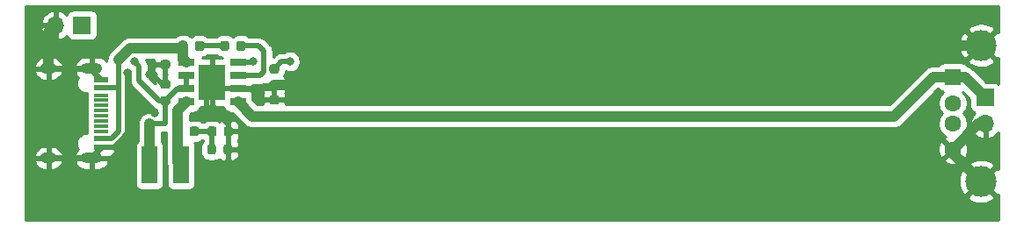
<source format=gbr>
G04 #@! TF.GenerationSoftware,KiCad,Pcbnew,(5.1.6)-1*
G04 #@! TF.CreationDate,2020-11-21T14:03:53+08:00*
G04 #@! TF.ProjectId,singlepowerbank2,73696e67-6c65-4706-9f77-657262616e6b,rev?*
G04 #@! TF.SameCoordinates,Original*
G04 #@! TF.FileFunction,Copper,L1,Top*
G04 #@! TF.FilePolarity,Positive*
%FSLAX46Y46*%
G04 Gerber Fmt 4.6, Leading zero omitted, Abs format (unit mm)*
G04 Created by KiCad (PCBNEW (5.1.6)-1) date 2020-11-21 14:03:53*
%MOMM*%
%LPD*%
G01*
G04 APERTURE LIST*
G04 #@! TA.AperFunction,SMDPad,CuDef*
%ADD10R,1.500000X3.600000*%
G04 #@! TD*
G04 #@! TA.AperFunction,ComponentPad*
%ADD11O,1.700000X1.700000*%
G04 #@! TD*
G04 #@! TA.AperFunction,ComponentPad*
%ADD12R,1.700000X1.700000*%
G04 #@! TD*
G04 #@! TA.AperFunction,SMDPad,CuDef*
%ADD13R,2.613000X3.502000*%
G04 #@! TD*
G04 #@! TA.AperFunction,SMDPad,CuDef*
%ADD14R,1.505000X0.802000*%
G04 #@! TD*
G04 #@! TA.AperFunction,SMDPad,CuDef*
%ADD15R,1.450000X0.600000*%
G04 #@! TD*
G04 #@! TA.AperFunction,SMDPad,CuDef*
%ADD16R,1.450000X0.300000*%
G04 #@! TD*
G04 #@! TA.AperFunction,ComponentPad*
%ADD17O,2.100000X1.000000*%
G04 #@! TD*
G04 #@! TA.AperFunction,ComponentPad*
%ADD18O,1.600000X1.000000*%
G04 #@! TD*
G04 #@! TA.AperFunction,ComponentPad*
%ADD19C,1.600000*%
G04 #@! TD*
G04 #@! TA.AperFunction,ComponentPad*
%ADD20R,1.600000X1.600000*%
G04 #@! TD*
G04 #@! TA.AperFunction,ComponentPad*
%ADD21C,3.000000*%
G04 #@! TD*
G04 #@! TA.AperFunction,ViaPad*
%ADD22C,0.800000*%
G04 #@! TD*
G04 #@! TA.AperFunction,Conductor*
%ADD23C,0.500000*%
G04 #@! TD*
G04 #@! TA.AperFunction,Conductor*
%ADD24C,1.000000*%
G04 #@! TD*
G04 #@! TA.AperFunction,Conductor*
%ADD25C,0.254000*%
G04 #@! TD*
G04 APERTURE END LIST*
D10*
X76025000Y-154000000D03*
X72975000Y-154000000D03*
G04 #@! TA.AperFunction,SMDPad,CuDef*
G36*
G01*
X80100000Y-152756250D02*
X80100000Y-152243750D01*
G75*
G02*
X80318750Y-152025000I218750J0D01*
G01*
X80756250Y-152025000D01*
G75*
G02*
X80975000Y-152243750I0J-218750D01*
G01*
X80975000Y-152756250D01*
G75*
G02*
X80756250Y-152975000I-218750J0D01*
G01*
X80318750Y-152975000D01*
G75*
G02*
X80100000Y-152756250I0J218750D01*
G01*
G37*
G04 #@! TD.AperFunction*
G04 #@! TA.AperFunction,SMDPad,CuDef*
G36*
G01*
X78525000Y-152756250D02*
X78525000Y-152243750D01*
G75*
G02*
X78743750Y-152025000I218750J0D01*
G01*
X79181250Y-152025000D01*
G75*
G02*
X79400000Y-152243750I0J-218750D01*
G01*
X79400000Y-152756250D01*
G75*
G02*
X79181250Y-152975000I-218750J0D01*
G01*
X78743750Y-152975000D01*
G75*
G02*
X78525000Y-152756250I0J218750D01*
G01*
G37*
G04 #@! TD.AperFunction*
G04 #@! TA.AperFunction,SMDPad,CuDef*
G36*
G01*
X80137500Y-151006250D02*
X80137500Y-150493750D01*
G75*
G02*
X80356250Y-150275000I218750J0D01*
G01*
X80793750Y-150275000D01*
G75*
G02*
X81012500Y-150493750I0J-218750D01*
G01*
X81012500Y-151006250D01*
G75*
G02*
X80793750Y-151225000I-218750J0D01*
G01*
X80356250Y-151225000D01*
G75*
G02*
X80137500Y-151006250I0J218750D01*
G01*
G37*
G04 #@! TD.AperFunction*
G04 #@! TA.AperFunction,SMDPad,CuDef*
G36*
G01*
X78562500Y-151006250D02*
X78562500Y-150493750D01*
G75*
G02*
X78781250Y-150275000I218750J0D01*
G01*
X79218750Y-150275000D01*
G75*
G02*
X79437500Y-150493750I0J-218750D01*
G01*
X79437500Y-151006250D01*
G75*
G02*
X79218750Y-151225000I-218750J0D01*
G01*
X78781250Y-151225000D01*
G75*
G02*
X78562500Y-151006250I0J218750D01*
G01*
G37*
G04 #@! TD.AperFunction*
G04 #@! TA.AperFunction,SMDPad,CuDef*
G36*
G01*
X76850000Y-151006250D02*
X76850000Y-150493750D01*
G75*
G02*
X77068750Y-150275000I218750J0D01*
G01*
X77506250Y-150275000D01*
G75*
G02*
X77725000Y-150493750I0J-218750D01*
G01*
X77725000Y-151006250D01*
G75*
G02*
X77506250Y-151225000I-218750J0D01*
G01*
X77068750Y-151225000D01*
G75*
G02*
X76850000Y-151006250I0J218750D01*
G01*
G37*
G04 #@! TD.AperFunction*
G04 #@! TA.AperFunction,SMDPad,CuDef*
G36*
G01*
X75275000Y-151006250D02*
X75275000Y-150493750D01*
G75*
G02*
X75493750Y-150275000I218750J0D01*
G01*
X75931250Y-150275000D01*
G75*
G02*
X76150000Y-150493750I0J-218750D01*
G01*
X76150000Y-151006250D01*
G75*
G02*
X75931250Y-151225000I-218750J0D01*
G01*
X75493750Y-151225000D01*
G75*
G02*
X75275000Y-151006250I0J218750D01*
G01*
G37*
G04 #@! TD.AperFunction*
D11*
X153500000Y-150040000D03*
D12*
X153500000Y-147500000D03*
D11*
X63960000Y-140500000D03*
D12*
X66500000Y-140500000D03*
G04 #@! TA.AperFunction,SMDPad,CuDef*
G36*
G01*
X85256250Y-148150000D02*
X84743750Y-148150000D01*
G75*
G02*
X84525000Y-147931250I0J218750D01*
G01*
X84525000Y-147493750D01*
G75*
G02*
X84743750Y-147275000I218750J0D01*
G01*
X85256250Y-147275000D01*
G75*
G02*
X85475000Y-147493750I0J-218750D01*
G01*
X85475000Y-147931250D01*
G75*
G02*
X85256250Y-148150000I-218750J0D01*
G01*
G37*
G04 #@! TD.AperFunction*
G04 #@! TA.AperFunction,SMDPad,CuDef*
G36*
G01*
X85256250Y-149725000D02*
X84743750Y-149725000D01*
G75*
G02*
X84525000Y-149506250I0J218750D01*
G01*
X84525000Y-149068750D01*
G75*
G02*
X84743750Y-148850000I218750J0D01*
G01*
X85256250Y-148850000D01*
G75*
G02*
X85475000Y-149068750I0J-218750D01*
G01*
X85475000Y-149506250D01*
G75*
G02*
X85256250Y-149725000I-218750J0D01*
G01*
G37*
G04 #@! TD.AperFunction*
D13*
X79000000Y-146000000D03*
D14*
X81497500Y-144095000D03*
X81497500Y-145365000D03*
X81497500Y-146635000D03*
X81497500Y-147905000D03*
X76502500Y-147905000D03*
X76502500Y-146635000D03*
X76502500Y-145365000D03*
X76502500Y-144095000D03*
G04 #@! TA.AperFunction,SMDPad,CuDef*
G36*
G01*
X77350000Y-142756250D02*
X77350000Y-142243750D01*
G75*
G02*
X77568750Y-142025000I218750J0D01*
G01*
X78006250Y-142025000D01*
G75*
G02*
X78225000Y-142243750I0J-218750D01*
G01*
X78225000Y-142756250D01*
G75*
G02*
X78006250Y-142975000I-218750J0D01*
G01*
X77568750Y-142975000D01*
G75*
G02*
X77350000Y-142756250I0J218750D01*
G01*
G37*
G04 #@! TD.AperFunction*
G04 #@! TA.AperFunction,SMDPad,CuDef*
G36*
G01*
X75775000Y-142756250D02*
X75775000Y-142243750D01*
G75*
G02*
X75993750Y-142025000I218750J0D01*
G01*
X76431250Y-142025000D01*
G75*
G02*
X76650000Y-142243750I0J-218750D01*
G01*
X76650000Y-142756250D01*
G75*
G02*
X76431250Y-142975000I-218750J0D01*
G01*
X75993750Y-142975000D01*
G75*
G02*
X75775000Y-142756250I0J218750D01*
G01*
G37*
G04 #@! TD.AperFunction*
G04 #@! TA.AperFunction,SMDPad,CuDef*
G36*
G01*
X85256250Y-145150000D02*
X84743750Y-145150000D01*
G75*
G02*
X84525000Y-144931250I0J218750D01*
G01*
X84525000Y-144493750D01*
G75*
G02*
X84743750Y-144275000I218750J0D01*
G01*
X85256250Y-144275000D01*
G75*
G02*
X85475000Y-144493750I0J-218750D01*
G01*
X85475000Y-144931250D01*
G75*
G02*
X85256250Y-145150000I-218750J0D01*
G01*
G37*
G04 #@! TD.AperFunction*
G04 #@! TA.AperFunction,SMDPad,CuDef*
G36*
G01*
X85256250Y-146725000D02*
X84743750Y-146725000D01*
G75*
G02*
X84525000Y-146506250I0J218750D01*
G01*
X84525000Y-146068750D01*
G75*
G02*
X84743750Y-145850000I218750J0D01*
G01*
X85256250Y-145850000D01*
G75*
G02*
X85475000Y-146068750I0J-218750D01*
G01*
X85475000Y-146506250D01*
G75*
G02*
X85256250Y-146725000I-218750J0D01*
G01*
G37*
G04 #@! TD.AperFunction*
G04 #@! TA.AperFunction,SMDPad,CuDef*
G36*
G01*
X80650000Y-142243750D02*
X80650000Y-142756250D01*
G75*
G02*
X80431250Y-142975000I-218750J0D01*
G01*
X79993750Y-142975000D01*
G75*
G02*
X79775000Y-142756250I0J218750D01*
G01*
X79775000Y-142243750D01*
G75*
G02*
X79993750Y-142025000I218750J0D01*
G01*
X80431250Y-142025000D01*
G75*
G02*
X80650000Y-142243750I0J-218750D01*
G01*
G37*
G04 #@! TD.AperFunction*
G04 #@! TA.AperFunction,SMDPad,CuDef*
G36*
G01*
X82225000Y-142243750D02*
X82225000Y-142756250D01*
G75*
G02*
X82006250Y-142975000I-218750J0D01*
G01*
X81568750Y-142975000D01*
G75*
G02*
X81350000Y-142756250I0J218750D01*
G01*
X81350000Y-142243750D01*
G75*
G02*
X81568750Y-142025000I218750J0D01*
G01*
X82006250Y-142025000D01*
G75*
G02*
X82225000Y-142243750I0J-218750D01*
G01*
G37*
G04 #@! TD.AperFunction*
G04 #@! TA.AperFunction,SMDPad,CuDef*
G36*
G01*
X74756250Y-146650000D02*
X74243750Y-146650000D01*
G75*
G02*
X74025000Y-146431250I0J218750D01*
G01*
X74025000Y-145993750D01*
G75*
G02*
X74243750Y-145775000I218750J0D01*
G01*
X74756250Y-145775000D01*
G75*
G02*
X74975000Y-145993750I0J-218750D01*
G01*
X74975000Y-146431250D01*
G75*
G02*
X74756250Y-146650000I-218750J0D01*
G01*
G37*
G04 #@! TD.AperFunction*
G04 #@! TA.AperFunction,SMDPad,CuDef*
G36*
G01*
X74756250Y-148225000D02*
X74243750Y-148225000D01*
G75*
G02*
X74025000Y-148006250I0J218750D01*
G01*
X74025000Y-147568750D01*
G75*
G02*
X74243750Y-147350000I218750J0D01*
G01*
X74756250Y-147350000D01*
G75*
G02*
X74975000Y-147568750I0J-218750D01*
G01*
X74975000Y-148006250D01*
G75*
G02*
X74756250Y-148225000I-218750J0D01*
G01*
G37*
G04 #@! TD.AperFunction*
G04 #@! TA.AperFunction,SMDPad,CuDef*
G36*
G01*
X74243750Y-143850000D02*
X74756250Y-143850000D01*
G75*
G02*
X74975000Y-144068750I0J-218750D01*
G01*
X74975000Y-144506250D01*
G75*
G02*
X74756250Y-144725000I-218750J0D01*
G01*
X74243750Y-144725000D01*
G75*
G02*
X74025000Y-144506250I0J218750D01*
G01*
X74025000Y-144068750D01*
G75*
G02*
X74243750Y-143850000I218750J0D01*
G01*
G37*
G04 #@! TD.AperFunction*
G04 #@! TA.AperFunction,SMDPad,CuDef*
G36*
G01*
X74243750Y-142275000D02*
X74756250Y-142275000D01*
G75*
G02*
X74975000Y-142493750I0J-218750D01*
G01*
X74975000Y-142931250D01*
G75*
G02*
X74756250Y-143150000I-218750J0D01*
G01*
X74243750Y-143150000D01*
G75*
G02*
X74025000Y-142931250I0J218750D01*
G01*
X74025000Y-142493750D01*
G75*
G02*
X74243750Y-142275000I218750J0D01*
G01*
G37*
G04 #@! TD.AperFunction*
D15*
X68345000Y-152250000D03*
X68345000Y-151450000D03*
X68345000Y-146550000D03*
X68345000Y-145750000D03*
X68345000Y-145750000D03*
X68345000Y-146550000D03*
X68345000Y-151450000D03*
X68345000Y-152250000D03*
D16*
X68345000Y-147250000D03*
X68345000Y-147750000D03*
X68345000Y-148250000D03*
X68345000Y-149250000D03*
X68345000Y-149750000D03*
X68345000Y-150250000D03*
X68345000Y-150750000D03*
X68345000Y-148750000D03*
D17*
X67430000Y-153320000D03*
X67430000Y-144680000D03*
D18*
X63250000Y-144680000D03*
X63250000Y-153320000D03*
D19*
X150370000Y-152520000D03*
X150370000Y-150020000D03*
X150370000Y-148020000D03*
D20*
X150370000Y-145520000D03*
D21*
X153080000Y-142450000D03*
X153080000Y-155590000D03*
D22*
X73500000Y-149000000D03*
X78500000Y-149000000D03*
X70898952Y-145101048D03*
X73000000Y-145249992D03*
X69999998Y-143849990D03*
X71500000Y-144000000D03*
X73000000Y-150000000D03*
X83000000Y-144000000D03*
X86500000Y-144000000D03*
D23*
X153080000Y-155590000D02*
X153080000Y-155230000D01*
X63250000Y-144680000D02*
X67430000Y-144680000D01*
X67430000Y-144835000D02*
X68345000Y-145750000D01*
X67430000Y-144680000D02*
X67430000Y-144835000D01*
X63250000Y-153320000D02*
X67430000Y-153320000D01*
X68345000Y-152405000D02*
X67430000Y-153320000D01*
X68345000Y-152250000D02*
X68345000Y-152405000D01*
X67500000Y-144610000D02*
X67430000Y-144680000D01*
X84652500Y-146635000D02*
X85000000Y-146287500D01*
X81497500Y-146635000D02*
X84652500Y-146635000D01*
X78500000Y-146500000D02*
X79000000Y-146000000D01*
X78500000Y-149000000D02*
X78500000Y-146500000D01*
X79635000Y-146635000D02*
X81497500Y-146635000D01*
X79000000Y-146000000D02*
X79635000Y-146635000D01*
X85000000Y-146287500D02*
X85000000Y-147712500D01*
D24*
X152850000Y-150040000D02*
X150370000Y-152520000D01*
X153500000Y-150040000D02*
X152850000Y-150040000D01*
X150370000Y-152880000D02*
X153080000Y-155590000D01*
X150370000Y-152520000D02*
X150370000Y-152880000D01*
X149852930Y-142450000D02*
X153080000Y-142450000D01*
X147550000Y-142450000D02*
X149852930Y-142450000D01*
X85000000Y-146287500D02*
X143712500Y-146287500D01*
X143712500Y-146287500D02*
X147550000Y-142450000D01*
D23*
X74500000Y-144287500D02*
X74500000Y-146212500D01*
X73500000Y-149000000D02*
X70898952Y-146398952D01*
X70898952Y-150921048D02*
X70898952Y-145101048D01*
X68345000Y-152250000D02*
X69570000Y-152250000D01*
X70898952Y-146398952D02*
X70898952Y-145101048D01*
X69570000Y-152250000D02*
X70898952Y-150921048D01*
X73249996Y-145249992D02*
X73000000Y-145249992D01*
X74500000Y-146212500D02*
X74212504Y-146212500D01*
X74212504Y-146212500D02*
X73249996Y-145249992D01*
X80575000Y-150075000D02*
X80575000Y-150750000D01*
X78500000Y-149000000D02*
X79500000Y-149000000D01*
X79500000Y-149000000D02*
X80575000Y-150075000D01*
X80575000Y-152462500D02*
X80537500Y-152500000D01*
X80575000Y-150750000D02*
X80575000Y-152462500D01*
D24*
X63250000Y-141210000D02*
X63250000Y-144680000D01*
X63960000Y-140500000D02*
X63250000Y-141210000D01*
D23*
X69999998Y-144415675D02*
X69999998Y-143849990D01*
X69999998Y-146120002D02*
X69999998Y-144415675D01*
X70000000Y-150780002D02*
X70000000Y-146200000D01*
X69330002Y-151450000D02*
X70000000Y-150780002D01*
X68345000Y-151450000D02*
X69330002Y-151450000D01*
X70000000Y-146200000D02*
X69999998Y-146120002D01*
X70000000Y-146600000D02*
X70000000Y-146200000D01*
X68345000Y-146550000D02*
X69950000Y-146550000D01*
X69950000Y-146550000D02*
X70000000Y-146600000D01*
D24*
X71137488Y-142712500D02*
X69999998Y-143849990D01*
X74500000Y-142712500D02*
X71137488Y-142712500D01*
X76000000Y-142712500D02*
X76212500Y-142500000D01*
X74500000Y-142712500D02*
X76000000Y-142712500D01*
X76212500Y-143805000D02*
X76502500Y-144095000D01*
X76212500Y-142500000D02*
X76212500Y-143805000D01*
D23*
X77787500Y-142500000D02*
X80212500Y-142500000D01*
X76502500Y-145365000D02*
X76502500Y-146635000D01*
X75652500Y-146635000D02*
X74500000Y-147787500D01*
X76502500Y-146635000D02*
X75652500Y-146635000D01*
X74500000Y-150000000D02*
X73000000Y-150000000D01*
X74500000Y-147787500D02*
X74500000Y-150000000D01*
X72000000Y-144500000D02*
X71500000Y-144000000D01*
X72000000Y-145893750D02*
X72000000Y-144500000D01*
X74500000Y-147787500D02*
X73893750Y-147787500D01*
X73893750Y-147787500D02*
X72000000Y-145893750D01*
D24*
X73000000Y-153975000D02*
X72975000Y-154000000D01*
X73000000Y-150000000D02*
X73000000Y-153975000D01*
D23*
X83635000Y-145365000D02*
X81497500Y-145365000D01*
X84000000Y-145000000D02*
X83635000Y-145365000D01*
X84000000Y-143000000D02*
X84000000Y-145000000D01*
X81787500Y-142500000D02*
X83500000Y-142500000D01*
X83500000Y-142500000D02*
X84000000Y-143000000D01*
X81497500Y-144095000D02*
X82905000Y-144095000D01*
X82905000Y-144095000D02*
X83000000Y-144000000D01*
X85712500Y-144000000D02*
X85000000Y-144712500D01*
X86500000Y-144000000D02*
X85712500Y-144000000D01*
D24*
X148480000Y-145520000D02*
X150370000Y-145520000D01*
X85000000Y-149287500D02*
X144712500Y-149287500D01*
X144712500Y-149287500D02*
X148480000Y-145520000D01*
X82880000Y-149287500D02*
X85000000Y-149287500D01*
X81497500Y-147905000D02*
X82880000Y-149287500D01*
X151520000Y-145520000D02*
X153500000Y-147500000D01*
X150370000Y-145520000D02*
X151520000Y-145520000D01*
D23*
X77287500Y-150750000D02*
X79000000Y-150750000D01*
X79000000Y-152462500D02*
X78962500Y-152500000D01*
X79000000Y-150750000D02*
X79000000Y-152462500D01*
D24*
X75712500Y-148695000D02*
X75712500Y-150750000D01*
X76502500Y-147905000D02*
X75712500Y-148695000D01*
X75712500Y-153687500D02*
X76025000Y-154000000D01*
X75712500Y-150750000D02*
X75712500Y-153687500D01*
D25*
G36*
X154740001Y-141221181D02*
G01*
X154571653Y-141137952D01*
X153259605Y-142450000D01*
X154571653Y-143762048D01*
X154740001Y-143678819D01*
X154740001Y-146148602D01*
X154704494Y-146119463D01*
X154594180Y-146060498D01*
X154474482Y-146024188D01*
X154350000Y-146011928D01*
X153617060Y-146011928D01*
X152361996Y-144756865D01*
X152326449Y-144713551D01*
X152153623Y-144571716D01*
X151956447Y-144466324D01*
X151742499Y-144401423D01*
X151718470Y-144399056D01*
X151700537Y-144365506D01*
X151621185Y-144268815D01*
X151524494Y-144189463D01*
X151414180Y-144130498D01*
X151294482Y-144094188D01*
X151170000Y-144081928D01*
X149570000Y-144081928D01*
X149445518Y-144094188D01*
X149325820Y-144130498D01*
X149215506Y-144189463D01*
X149118815Y-144268815D01*
X149039463Y-144365506D01*
X149029043Y-144385000D01*
X148535752Y-144385000D01*
X148480000Y-144379509D01*
X148257501Y-144401423D01*
X148043553Y-144466324D01*
X147846377Y-144571716D01*
X147716856Y-144678011D01*
X147716855Y-144678012D01*
X147673551Y-144713551D01*
X147638013Y-144756854D01*
X144242369Y-148152500D01*
X86112826Y-148152500D01*
X86113072Y-148150000D01*
X86110000Y-147998250D01*
X85951250Y-147839500D01*
X85127000Y-147839500D01*
X85127000Y-147859500D01*
X84873000Y-147859500D01*
X84873000Y-147839500D01*
X84048750Y-147839500D01*
X83890000Y-147998250D01*
X83886928Y-148150000D01*
X83887174Y-148152500D01*
X83350132Y-148152500D01*
X82888072Y-147690441D01*
X82888072Y-147504000D01*
X82875812Y-147379518D01*
X82842590Y-147270000D01*
X82875812Y-147160482D01*
X82888072Y-147036000D01*
X82885000Y-146920750D01*
X82726250Y-146762000D01*
X81624500Y-146762000D01*
X81624500Y-146777017D01*
X81497500Y-146764509D01*
X81370500Y-146777017D01*
X81370500Y-146762000D01*
X81350500Y-146762000D01*
X81350500Y-146725000D01*
X83886928Y-146725000D01*
X83899188Y-146849482D01*
X83935498Y-146969180D01*
X83951972Y-147000000D01*
X83935498Y-147030820D01*
X83899188Y-147150518D01*
X83886928Y-147275000D01*
X83890000Y-147426750D01*
X84048750Y-147585500D01*
X84873000Y-147585500D01*
X84873000Y-146414500D01*
X85127000Y-146414500D01*
X85127000Y-147585500D01*
X85951250Y-147585500D01*
X86110000Y-147426750D01*
X86113072Y-147275000D01*
X86100812Y-147150518D01*
X86064502Y-147030820D01*
X86048028Y-147000000D01*
X86064502Y-146969180D01*
X86100812Y-146849482D01*
X86113072Y-146725000D01*
X86110000Y-146573250D01*
X85951250Y-146414500D01*
X85127000Y-146414500D01*
X84873000Y-146414500D01*
X84048750Y-146414500D01*
X83890000Y-146573250D01*
X83886928Y-146725000D01*
X81350500Y-146725000D01*
X81350500Y-146508000D01*
X81370500Y-146508000D01*
X81370500Y-146488000D01*
X81624500Y-146488000D01*
X81624500Y-146508000D01*
X82726250Y-146508000D01*
X82885000Y-146349250D01*
X82887646Y-146250000D01*
X83591531Y-146250000D01*
X83635000Y-146254281D01*
X83678469Y-146250000D01*
X83678477Y-146250000D01*
X83808490Y-146237195D01*
X83975313Y-146186589D01*
X84040172Y-146151922D01*
X84048750Y-146160500D01*
X84873000Y-146160500D01*
X84873000Y-146140500D01*
X85127000Y-146140500D01*
X85127000Y-146160500D01*
X85951250Y-146160500D01*
X86110000Y-146001750D01*
X86113072Y-145850000D01*
X86100812Y-145725518D01*
X86064502Y-145605820D01*
X86005537Y-145495506D01*
X85950900Y-145428930D01*
X85968671Y-145407275D01*
X86047850Y-145259142D01*
X86096608Y-145098408D01*
X86110351Y-144958878D01*
X86198102Y-144995226D01*
X86398061Y-145035000D01*
X86601939Y-145035000D01*
X86801898Y-144995226D01*
X86990256Y-144917205D01*
X87159774Y-144803937D01*
X87303937Y-144659774D01*
X87417205Y-144490256D01*
X87495226Y-144301898D01*
X87535000Y-144101939D01*
X87535000Y-143941653D01*
X151767952Y-143941653D01*
X151923962Y-144257214D01*
X152298745Y-144448020D01*
X152703551Y-144562044D01*
X153122824Y-144594902D01*
X153540451Y-144545334D01*
X153940383Y-144415243D01*
X154236038Y-144257214D01*
X154392048Y-143941653D01*
X153080000Y-142629605D01*
X151767952Y-143941653D01*
X87535000Y-143941653D01*
X87535000Y-143898061D01*
X87495226Y-143698102D01*
X87417205Y-143509744D01*
X87303937Y-143340226D01*
X87159774Y-143196063D01*
X86990256Y-143082795D01*
X86801898Y-143004774D01*
X86601939Y-142965000D01*
X86398061Y-142965000D01*
X86198102Y-143004774D01*
X86009744Y-143082795D01*
X85961546Y-143115000D01*
X85755965Y-143115000D01*
X85712499Y-143110719D01*
X85669033Y-143115000D01*
X85669023Y-143115000D01*
X85539010Y-143127805D01*
X85372187Y-143178411D01*
X85218441Y-143260589D01*
X85188952Y-143284790D01*
X85117453Y-143343468D01*
X85117451Y-143343470D01*
X85083683Y-143371183D01*
X85055970Y-143404951D01*
X84885000Y-143575921D01*
X84885000Y-143043469D01*
X84889281Y-143000000D01*
X84885000Y-142956531D01*
X84885000Y-142956523D01*
X84872195Y-142826510D01*
X84821589Y-142659687D01*
X84739411Y-142505941D01*
X84728647Y-142492824D01*
X150935098Y-142492824D01*
X150984666Y-142910451D01*
X151114757Y-143310383D01*
X151272786Y-143606038D01*
X151588347Y-143762048D01*
X152900395Y-142450000D01*
X151588347Y-141137952D01*
X151272786Y-141293962D01*
X151081980Y-141668745D01*
X150967956Y-142073551D01*
X150935098Y-142492824D01*
X84728647Y-142492824D01*
X84628817Y-142371183D01*
X84595045Y-142343467D01*
X84156534Y-141904956D01*
X84128817Y-141871183D01*
X83994059Y-141760589D01*
X83840313Y-141678411D01*
X83673490Y-141627805D01*
X83543477Y-141615000D01*
X83543469Y-141615000D01*
X83500000Y-141610719D01*
X83456531Y-141615000D01*
X82584229Y-141615000D01*
X82482275Y-141531329D01*
X82334142Y-141452150D01*
X82173408Y-141403392D01*
X82006250Y-141386928D01*
X81568750Y-141386928D01*
X81401592Y-141403392D01*
X81240858Y-141452150D01*
X81092725Y-141531329D01*
X81000000Y-141607426D01*
X80907275Y-141531329D01*
X80759142Y-141452150D01*
X80598408Y-141403392D01*
X80431250Y-141386928D01*
X79993750Y-141386928D01*
X79826592Y-141403392D01*
X79665858Y-141452150D01*
X79517725Y-141531329D01*
X79415771Y-141615000D01*
X78584229Y-141615000D01*
X78482275Y-141531329D01*
X78334142Y-141452150D01*
X78173408Y-141403392D01*
X78006250Y-141386928D01*
X77568750Y-141386928D01*
X77401592Y-141403392D01*
X77240858Y-141452150D01*
X77092725Y-141531329D01*
X77000000Y-141607426D01*
X76907275Y-141531329D01*
X76759142Y-141452150D01*
X76598408Y-141403392D01*
X76463673Y-141390121D01*
X76434998Y-141381423D01*
X76212500Y-141359509D01*
X75990001Y-141381423D01*
X75961326Y-141390122D01*
X75826592Y-141403392D01*
X75665858Y-141452150D01*
X75517725Y-141531329D01*
X75461465Y-141577500D01*
X71193240Y-141577500D01*
X71137488Y-141572009D01*
X71081736Y-141577500D01*
X70914989Y-141593923D01*
X70701041Y-141658824D01*
X70503865Y-141764216D01*
X70331039Y-141906051D01*
X70295499Y-141949357D01*
X69158010Y-143086847D01*
X69051715Y-143216368D01*
X68946322Y-143413544D01*
X68881421Y-143627492D01*
X68859507Y-143849990D01*
X68870907Y-143965734D01*
X68716169Y-143806839D01*
X68531678Y-143679997D01*
X68325987Y-143591585D01*
X68107000Y-143545000D01*
X67557000Y-143545000D01*
X67557000Y-144553000D01*
X67577000Y-144553000D01*
X67577000Y-144807000D01*
X67557000Y-144807000D01*
X67557000Y-144818133D01*
X67495518Y-144824188D01*
X67486248Y-144827000D01*
X67303000Y-144827000D01*
X67303000Y-144807000D01*
X65912046Y-144807000D01*
X65785881Y-144981874D01*
X65865724Y-145204976D01*
X65987631Y-145392764D01*
X66128206Y-145537116D01*
X66049259Y-145655269D01*
X65976892Y-145829978D01*
X65940000Y-146015448D01*
X65940000Y-146204552D01*
X65976892Y-146390022D01*
X66049259Y-146564731D01*
X66154319Y-146721964D01*
X66288036Y-146855681D01*
X66445269Y-146960741D01*
X66619978Y-147033108D01*
X66805448Y-147070000D01*
X66984883Y-147070000D01*
X66981928Y-147100000D01*
X66981928Y-147400000D01*
X66991777Y-147500000D01*
X66981928Y-147600000D01*
X66981928Y-147900000D01*
X66991777Y-148000000D01*
X66981928Y-148100000D01*
X66981928Y-148400000D01*
X66991777Y-148500000D01*
X66981928Y-148600000D01*
X66981928Y-148900000D01*
X66991777Y-149000000D01*
X66981928Y-149100000D01*
X66981928Y-149400000D01*
X66991777Y-149500000D01*
X66981928Y-149600000D01*
X66981928Y-149900000D01*
X66991777Y-150000000D01*
X66981928Y-150100000D01*
X66981928Y-150400000D01*
X66991777Y-150500000D01*
X66981928Y-150600000D01*
X66981928Y-150900000D01*
X66984883Y-150930000D01*
X66805448Y-150930000D01*
X66619978Y-150966892D01*
X66445269Y-151039259D01*
X66288036Y-151144319D01*
X66154319Y-151278036D01*
X66049259Y-151435269D01*
X65976892Y-151609978D01*
X65940000Y-151795448D01*
X65940000Y-151984552D01*
X65976892Y-152170022D01*
X66049259Y-152344731D01*
X66128206Y-152462884D01*
X65987631Y-152607236D01*
X65865724Y-152795024D01*
X65785881Y-153018126D01*
X65912046Y-153193000D01*
X67303000Y-153193000D01*
X67303000Y-153173000D01*
X67486248Y-153173000D01*
X67495518Y-153175812D01*
X67557000Y-153181867D01*
X67557000Y-153193000D01*
X68947954Y-153193000D01*
X68952104Y-153187247D01*
X69070000Y-153188072D01*
X69194482Y-153175812D01*
X69314180Y-153139502D01*
X69424494Y-153080537D01*
X69521185Y-153001185D01*
X69600537Y-152904494D01*
X69659502Y-152794180D01*
X69695812Y-152674482D01*
X69708072Y-152550000D01*
X69705000Y-152535750D01*
X69546252Y-152377002D01*
X69705000Y-152377002D01*
X69705000Y-152253050D01*
X69824061Y-152189411D01*
X69958819Y-152078817D01*
X69986536Y-152045044D01*
X70595050Y-151436531D01*
X70628817Y-151408819D01*
X70668474Y-151360498D01*
X70739410Y-151274062D01*
X70739411Y-151274061D01*
X70821589Y-151120315D01*
X70872195Y-150953492D01*
X70885000Y-150823479D01*
X70885000Y-150823469D01*
X70889281Y-150780003D01*
X70885000Y-150736537D01*
X70885000Y-146643469D01*
X70889281Y-146600000D01*
X70885000Y-146556531D01*
X70885000Y-146243464D01*
X70885001Y-146243454D01*
X70885000Y-146198815D01*
X70885000Y-146156523D01*
X70884998Y-146156507D01*
X70884998Y-144833853D01*
X71009744Y-144917205D01*
X71115001Y-144960804D01*
X71115000Y-145850280D01*
X71110719Y-145893750D01*
X71115000Y-145937219D01*
X71115000Y-145937226D01*
X71122704Y-146015448D01*
X71127805Y-146067240D01*
X71139081Y-146104410D01*
X71178411Y-146234062D01*
X71260589Y-146387808D01*
X71371183Y-146522567D01*
X71404956Y-146550284D01*
X73237220Y-148382549D01*
X73264933Y-148416317D01*
X73298701Y-148444030D01*
X73298703Y-148444032D01*
X73337069Y-148475518D01*
X73399691Y-148526911D01*
X73553437Y-148609089D01*
X73615000Y-148627764D01*
X73615001Y-149041762D01*
X73436446Y-148946324D01*
X73222498Y-148881423D01*
X73000000Y-148859509D01*
X72777501Y-148881423D01*
X72563553Y-148946324D01*
X72366377Y-149051716D01*
X72193551Y-149193551D01*
X72051716Y-149366377D01*
X71946324Y-149563554D01*
X71881423Y-149777502D01*
X71865000Y-149944249D01*
X71865000Y-151673981D01*
X71773815Y-151748815D01*
X71694463Y-151845506D01*
X71635498Y-151955820D01*
X71599188Y-152075518D01*
X71586928Y-152200000D01*
X71586928Y-155800000D01*
X71599188Y-155924482D01*
X71635498Y-156044180D01*
X71694463Y-156154494D01*
X71773815Y-156251185D01*
X71870506Y-156330537D01*
X71980820Y-156389502D01*
X72100518Y-156425812D01*
X72225000Y-156438072D01*
X73725000Y-156438072D01*
X73849482Y-156425812D01*
X73969180Y-156389502D01*
X74079494Y-156330537D01*
X74176185Y-156251185D01*
X74255537Y-156154494D01*
X74314502Y-156044180D01*
X74350812Y-155924482D01*
X74363072Y-155800000D01*
X74363072Y-152200000D01*
X74350812Y-152075518D01*
X74314502Y-151955820D01*
X74255537Y-151845506D01*
X74176185Y-151748815D01*
X74135000Y-151715015D01*
X74135000Y-150885000D01*
X74456524Y-150885000D01*
X74500000Y-150889282D01*
X74577500Y-150881649D01*
X74577501Y-153631739D01*
X74572009Y-153687500D01*
X74593923Y-153909998D01*
X74636928Y-154051765D01*
X74636928Y-155800000D01*
X74649188Y-155924482D01*
X74685498Y-156044180D01*
X74744463Y-156154494D01*
X74823815Y-156251185D01*
X74920506Y-156330537D01*
X75030820Y-156389502D01*
X75150518Y-156425812D01*
X75275000Y-156438072D01*
X76775000Y-156438072D01*
X76899482Y-156425812D01*
X77019180Y-156389502D01*
X77129494Y-156330537D01*
X77226185Y-156251185D01*
X77305537Y-156154494D01*
X77364502Y-156044180D01*
X77400812Y-155924482D01*
X77413072Y-155800000D01*
X77413072Y-155632824D01*
X150935098Y-155632824D01*
X150984666Y-156050451D01*
X151114757Y-156450383D01*
X151272786Y-156746038D01*
X151588347Y-156902048D01*
X152900395Y-155590000D01*
X151588347Y-154277952D01*
X151272786Y-154433962D01*
X151081980Y-154808745D01*
X150967956Y-155213551D01*
X150935098Y-155632824D01*
X77413072Y-155632824D01*
X77413072Y-154098347D01*
X151767952Y-154098347D01*
X153080000Y-155410395D01*
X154392048Y-154098347D01*
X154236038Y-153782786D01*
X153861255Y-153591980D01*
X153456449Y-153477956D01*
X153037176Y-153445098D01*
X152619549Y-153494666D01*
X152219617Y-153624757D01*
X151923962Y-153782786D01*
X151767952Y-154098347D01*
X77413072Y-154098347D01*
X77413072Y-152200000D01*
X77400812Y-152075518D01*
X77364502Y-151955820D01*
X77314926Y-151863072D01*
X77506250Y-151863072D01*
X77673408Y-151846608D01*
X77834142Y-151797850D01*
X77982275Y-151718671D01*
X78084229Y-151635000D01*
X78115001Y-151635000D01*
X78115001Y-151665770D01*
X78031329Y-151767725D01*
X77952150Y-151915858D01*
X77903392Y-152076592D01*
X77886928Y-152243750D01*
X77886928Y-152756250D01*
X77903392Y-152923408D01*
X77952150Y-153084142D01*
X78031329Y-153232275D01*
X78137885Y-153362115D01*
X78267725Y-153468671D01*
X78415858Y-153547850D01*
X78576592Y-153596608D01*
X78743750Y-153613072D01*
X79181250Y-153613072D01*
X79348408Y-153596608D01*
X79509142Y-153547850D01*
X79657275Y-153468671D01*
X79678930Y-153450900D01*
X79745506Y-153505537D01*
X79855820Y-153564502D01*
X79975518Y-153600812D01*
X80100000Y-153613072D01*
X80251750Y-153610000D01*
X80410500Y-153451250D01*
X80410500Y-152627000D01*
X80664500Y-152627000D01*
X80664500Y-153451250D01*
X80823250Y-153610000D01*
X80975000Y-153613072D01*
X81099482Y-153600812D01*
X81219180Y-153564502D01*
X81316089Y-153512702D01*
X149556903Y-153512702D01*
X149628486Y-153756671D01*
X149883996Y-153877571D01*
X150158184Y-153946300D01*
X150440512Y-153960217D01*
X150720130Y-153918787D01*
X150986292Y-153823603D01*
X151111514Y-153756671D01*
X151183097Y-153512702D01*
X150370000Y-152699605D01*
X149556903Y-153512702D01*
X81316089Y-153512702D01*
X81329494Y-153505537D01*
X81426185Y-153426185D01*
X81505537Y-153329494D01*
X81564502Y-153219180D01*
X81600812Y-153099482D01*
X81613072Y-152975000D01*
X81610000Y-152785750D01*
X81451250Y-152627000D01*
X80664500Y-152627000D01*
X80410500Y-152627000D01*
X80390500Y-152627000D01*
X80390500Y-152590512D01*
X148929783Y-152590512D01*
X148971213Y-152870130D01*
X149066397Y-153136292D01*
X149133329Y-153261514D01*
X149377298Y-153333097D01*
X150190395Y-152520000D01*
X150549605Y-152520000D01*
X151362702Y-153333097D01*
X151606671Y-153261514D01*
X151727571Y-153006004D01*
X151796300Y-152731816D01*
X151810217Y-152449488D01*
X151768787Y-152169870D01*
X151673603Y-151903708D01*
X151606671Y-151778486D01*
X151362702Y-151706903D01*
X150549605Y-152520000D01*
X150190395Y-152520000D01*
X149377298Y-151706903D01*
X149133329Y-151778486D01*
X149012429Y-152033996D01*
X148943700Y-152308184D01*
X148929783Y-152590512D01*
X80390500Y-152590512D01*
X80390500Y-152373000D01*
X80410500Y-152373000D01*
X80410500Y-151738750D01*
X80448000Y-151701250D01*
X80448000Y-151548750D01*
X80664500Y-151548750D01*
X80664500Y-152373000D01*
X81451250Y-152373000D01*
X81610000Y-152214250D01*
X81613072Y-152025000D01*
X81600812Y-151900518D01*
X81564502Y-151780820D01*
X81505537Y-151670506D01*
X81486941Y-151647847D01*
X81543037Y-151579494D01*
X81602002Y-151469180D01*
X81638312Y-151349482D01*
X81650572Y-151225000D01*
X81647500Y-151035750D01*
X81488750Y-150877000D01*
X80702000Y-150877000D01*
X80702000Y-151511250D01*
X80664500Y-151548750D01*
X80448000Y-151548750D01*
X80448000Y-150877000D01*
X80428000Y-150877000D01*
X80428000Y-150623000D01*
X80448000Y-150623000D01*
X80448000Y-149798750D01*
X80702000Y-149798750D01*
X80702000Y-150623000D01*
X81488750Y-150623000D01*
X81647500Y-150464250D01*
X81650572Y-150275000D01*
X81638312Y-150150518D01*
X81602002Y-150030820D01*
X81543037Y-149920506D01*
X81463685Y-149823815D01*
X81366994Y-149744463D01*
X81256680Y-149685498D01*
X81136982Y-149649188D01*
X81012500Y-149636928D01*
X80860750Y-149640000D01*
X80702000Y-149798750D01*
X80448000Y-149798750D01*
X80289250Y-149640000D01*
X80137500Y-149636928D01*
X80013018Y-149649188D01*
X79893320Y-149685498D01*
X79783006Y-149744463D01*
X79716430Y-149799100D01*
X79694775Y-149781329D01*
X79546642Y-149702150D01*
X79385908Y-149653392D01*
X79218750Y-149636928D01*
X78781250Y-149636928D01*
X78614092Y-149653392D01*
X78453358Y-149702150D01*
X78305225Y-149781329D01*
X78203271Y-149865000D01*
X78084229Y-149865000D01*
X77982275Y-149781329D01*
X77834142Y-149702150D01*
X77673408Y-149653392D01*
X77506250Y-149636928D01*
X77068750Y-149636928D01*
X76901592Y-149653392D01*
X76847500Y-149669801D01*
X76847500Y-149165132D01*
X77068560Y-148944072D01*
X77255000Y-148944072D01*
X77379482Y-148931812D01*
X77499180Y-148895502D01*
X77609494Y-148836537D01*
X77706185Y-148757185D01*
X77785537Y-148660494D01*
X77844502Y-148550180D01*
X77880812Y-148430482D01*
X77884947Y-148388496D01*
X78714250Y-148386000D01*
X78873000Y-148227250D01*
X78873000Y-146127000D01*
X78853000Y-146127000D01*
X78853000Y-145873000D01*
X78873000Y-145873000D01*
X78873000Y-143772750D01*
X78714250Y-143614000D01*
X78018100Y-143611905D01*
X78173408Y-143596608D01*
X78334142Y-143547850D01*
X78482275Y-143468671D01*
X78584229Y-143385000D01*
X79415771Y-143385000D01*
X79517725Y-143468671D01*
X79665858Y-143547850D01*
X79826592Y-143596608D01*
X79981900Y-143611905D01*
X79285750Y-143614000D01*
X79127000Y-143772750D01*
X79127000Y-145873000D01*
X79147000Y-145873000D01*
X79147000Y-146127000D01*
X79127000Y-146127000D01*
X79127000Y-148227250D01*
X79285750Y-148386000D01*
X80115053Y-148388496D01*
X80119188Y-148430482D01*
X80155498Y-148550180D01*
X80214463Y-148660494D01*
X80293815Y-148757185D01*
X80390506Y-148836537D01*
X80500820Y-148895502D01*
X80620518Y-148931812D01*
X80745000Y-148944072D01*
X80931441Y-148944072D01*
X82038008Y-150050640D01*
X82073551Y-150093949D01*
X82246377Y-150235784D01*
X82443553Y-150341176D01*
X82657501Y-150406077D01*
X82824248Y-150422500D01*
X82824257Y-150422500D01*
X82879999Y-150427990D01*
X82935741Y-150422500D01*
X144656749Y-150422500D01*
X144712500Y-150427991D01*
X144768251Y-150422500D01*
X144768252Y-150422500D01*
X144934999Y-150406077D01*
X145148947Y-150341176D01*
X145346123Y-150235784D01*
X145518949Y-150093949D01*
X145554496Y-150050635D01*
X148950133Y-146655000D01*
X149029043Y-146655000D01*
X149039463Y-146674494D01*
X149118815Y-146771185D01*
X149215506Y-146850537D01*
X149325820Y-146909502D01*
X149421943Y-146938661D01*
X149255363Y-147105241D01*
X149098320Y-147340273D01*
X148990147Y-147601426D01*
X148935000Y-147878665D01*
X148935000Y-148161335D01*
X148990147Y-148438574D01*
X149098320Y-148699727D01*
X149255363Y-148934759D01*
X149340604Y-149020000D01*
X149255363Y-149105241D01*
X149098320Y-149340273D01*
X148990147Y-149601426D01*
X148935000Y-149878665D01*
X148935000Y-150161335D01*
X148990147Y-150438574D01*
X149098320Y-150699727D01*
X149255363Y-150934759D01*
X149455241Y-151134637D01*
X149655869Y-151268692D01*
X149628486Y-151283329D01*
X149556903Y-151527298D01*
X150370000Y-152340395D01*
X151183097Y-151527298D01*
X151111514Y-151283329D01*
X151082659Y-151269676D01*
X151284759Y-151134637D01*
X151484637Y-150934759D01*
X151641680Y-150699727D01*
X151749853Y-150438574D01*
X151758144Y-150396890D01*
X152058524Y-150396890D01*
X152103175Y-150544099D01*
X152228359Y-150806920D01*
X152402412Y-151040269D01*
X152618645Y-151235178D01*
X152868748Y-151384157D01*
X153143109Y-151481481D01*
X153373000Y-151360814D01*
X153373000Y-150167000D01*
X152179845Y-150167000D01*
X152058524Y-150396890D01*
X151758144Y-150396890D01*
X151805000Y-150161335D01*
X151805000Y-149878665D01*
X151749853Y-149601426D01*
X151641680Y-149340273D01*
X151484637Y-149105241D01*
X151399396Y-149020000D01*
X151484637Y-148934759D01*
X151641680Y-148699727D01*
X151749853Y-148438574D01*
X151805000Y-148161335D01*
X151805000Y-147878665D01*
X151749853Y-147601426D01*
X151641680Y-147340273D01*
X151484637Y-147105241D01*
X151318057Y-146938661D01*
X151329928Y-146935060D01*
X152011928Y-147617060D01*
X152011928Y-148350000D01*
X152024188Y-148474482D01*
X152060498Y-148594180D01*
X152119463Y-148704494D01*
X152198815Y-148801185D01*
X152295506Y-148880537D01*
X152405820Y-148939502D01*
X152486466Y-148963966D01*
X152402412Y-149039731D01*
X152228359Y-149273080D01*
X152103175Y-149535901D01*
X152058524Y-149683110D01*
X152179845Y-149913000D01*
X153373000Y-149913000D01*
X153373000Y-149893000D01*
X153627000Y-149893000D01*
X153627000Y-149913000D01*
X153647000Y-149913000D01*
X153647000Y-150167000D01*
X153627000Y-150167000D01*
X153627000Y-151360814D01*
X153856891Y-151481481D01*
X154131252Y-151384157D01*
X154381355Y-151235178D01*
X154597588Y-151040269D01*
X154740000Y-150849340D01*
X154740000Y-154361181D01*
X154571653Y-154277952D01*
X153259605Y-155590000D01*
X154571653Y-156902048D01*
X154740000Y-156818819D01*
X154740000Y-159340000D01*
X61060000Y-159340000D01*
X61060000Y-157081653D01*
X151767952Y-157081653D01*
X151923962Y-157397214D01*
X152298745Y-157588020D01*
X152703551Y-157702044D01*
X153122824Y-157734902D01*
X153540451Y-157685334D01*
X153940383Y-157555243D01*
X154236038Y-157397214D01*
X154392048Y-157081653D01*
X153080000Y-155769605D01*
X151767952Y-157081653D01*
X61060000Y-157081653D01*
X61060000Y-153621874D01*
X61855881Y-153621874D01*
X61935724Y-153844976D01*
X62057631Y-154032764D01*
X62213831Y-154193161D01*
X62398322Y-154320003D01*
X62604013Y-154408415D01*
X62823000Y-154455000D01*
X63123000Y-154455000D01*
X63123000Y-153447000D01*
X63377000Y-153447000D01*
X63377000Y-154455000D01*
X63677000Y-154455000D01*
X63895987Y-154408415D01*
X64101678Y-154320003D01*
X64286169Y-154193161D01*
X64442369Y-154032764D01*
X64564276Y-153844976D01*
X64644119Y-153621874D01*
X65785881Y-153621874D01*
X65865724Y-153844976D01*
X65987631Y-154032764D01*
X66143831Y-154193161D01*
X66328322Y-154320003D01*
X66534013Y-154408415D01*
X66753000Y-154455000D01*
X67303000Y-154455000D01*
X67303000Y-153447000D01*
X67557000Y-153447000D01*
X67557000Y-154455000D01*
X68107000Y-154455000D01*
X68325987Y-154408415D01*
X68531678Y-154320003D01*
X68716169Y-154193161D01*
X68872369Y-154032764D01*
X68994276Y-153844976D01*
X69074119Y-153621874D01*
X68947954Y-153447000D01*
X67557000Y-153447000D01*
X67303000Y-153447000D01*
X65912046Y-153447000D01*
X65785881Y-153621874D01*
X64644119Y-153621874D01*
X64517954Y-153447000D01*
X63377000Y-153447000D01*
X63123000Y-153447000D01*
X61982046Y-153447000D01*
X61855881Y-153621874D01*
X61060000Y-153621874D01*
X61060000Y-153018126D01*
X61855881Y-153018126D01*
X61982046Y-153193000D01*
X63123000Y-153193000D01*
X63123000Y-152185000D01*
X63377000Y-152185000D01*
X63377000Y-153193000D01*
X64517954Y-153193000D01*
X64644119Y-153018126D01*
X64564276Y-152795024D01*
X64442369Y-152607236D01*
X64286169Y-152446839D01*
X64101678Y-152319997D01*
X63895987Y-152231585D01*
X63677000Y-152185000D01*
X63377000Y-152185000D01*
X63123000Y-152185000D01*
X62823000Y-152185000D01*
X62604013Y-152231585D01*
X62398322Y-152319997D01*
X62213831Y-152446839D01*
X62057631Y-152607236D01*
X61935724Y-152795024D01*
X61855881Y-153018126D01*
X61060000Y-153018126D01*
X61060000Y-144981874D01*
X61855881Y-144981874D01*
X61935724Y-145204976D01*
X62057631Y-145392764D01*
X62213831Y-145553161D01*
X62398322Y-145680003D01*
X62604013Y-145768415D01*
X62823000Y-145815000D01*
X63123000Y-145815000D01*
X63123000Y-144807000D01*
X63377000Y-144807000D01*
X63377000Y-145815000D01*
X63677000Y-145815000D01*
X63895987Y-145768415D01*
X64101678Y-145680003D01*
X64286169Y-145553161D01*
X64442369Y-145392764D01*
X64564276Y-145204976D01*
X64644119Y-144981874D01*
X64517954Y-144807000D01*
X63377000Y-144807000D01*
X63123000Y-144807000D01*
X61982046Y-144807000D01*
X61855881Y-144981874D01*
X61060000Y-144981874D01*
X61060000Y-144378126D01*
X61855881Y-144378126D01*
X61982046Y-144553000D01*
X63123000Y-144553000D01*
X63123000Y-143545000D01*
X63377000Y-143545000D01*
X63377000Y-144553000D01*
X64517954Y-144553000D01*
X64644119Y-144378126D01*
X65785881Y-144378126D01*
X65912046Y-144553000D01*
X67303000Y-144553000D01*
X67303000Y-143545000D01*
X66753000Y-143545000D01*
X66534013Y-143591585D01*
X66328322Y-143679997D01*
X66143831Y-143806839D01*
X65987631Y-143967236D01*
X65865724Y-144155024D01*
X65785881Y-144378126D01*
X64644119Y-144378126D01*
X64564276Y-144155024D01*
X64442369Y-143967236D01*
X64286169Y-143806839D01*
X64101678Y-143679997D01*
X63895987Y-143591585D01*
X63677000Y-143545000D01*
X63377000Y-143545000D01*
X63123000Y-143545000D01*
X62823000Y-143545000D01*
X62604013Y-143591585D01*
X62398322Y-143679997D01*
X62213831Y-143806839D01*
X62057631Y-143967236D01*
X61935724Y-144155024D01*
X61855881Y-144378126D01*
X61060000Y-144378126D01*
X61060000Y-140856891D01*
X62518519Y-140856891D01*
X62615843Y-141131252D01*
X62764822Y-141381355D01*
X62959731Y-141597588D01*
X63193080Y-141771641D01*
X63455901Y-141896825D01*
X63603110Y-141941476D01*
X63833000Y-141820155D01*
X63833000Y-140627000D01*
X62639186Y-140627000D01*
X62518519Y-140856891D01*
X61060000Y-140856891D01*
X61060000Y-140143109D01*
X62518519Y-140143109D01*
X62639186Y-140373000D01*
X63833000Y-140373000D01*
X63833000Y-139179845D01*
X64087000Y-139179845D01*
X64087000Y-140373000D01*
X64107000Y-140373000D01*
X64107000Y-140627000D01*
X64087000Y-140627000D01*
X64087000Y-141820155D01*
X64316890Y-141941476D01*
X64464099Y-141896825D01*
X64726920Y-141771641D01*
X64960269Y-141597588D01*
X65036034Y-141513534D01*
X65060498Y-141594180D01*
X65119463Y-141704494D01*
X65198815Y-141801185D01*
X65295506Y-141880537D01*
X65405820Y-141939502D01*
X65525518Y-141975812D01*
X65650000Y-141988072D01*
X67350000Y-141988072D01*
X67474482Y-141975812D01*
X67594180Y-141939502D01*
X67704494Y-141880537D01*
X67801185Y-141801185D01*
X67880537Y-141704494D01*
X67939502Y-141594180D01*
X67975812Y-141474482D01*
X67988072Y-141350000D01*
X67988072Y-140958347D01*
X151767952Y-140958347D01*
X153080000Y-142270395D01*
X154392048Y-140958347D01*
X154236038Y-140642786D01*
X153861255Y-140451980D01*
X153456449Y-140337956D01*
X153037176Y-140305098D01*
X152619549Y-140354666D01*
X152219617Y-140484757D01*
X151923962Y-140642786D01*
X151767952Y-140958347D01*
X67988072Y-140958347D01*
X67988072Y-139650000D01*
X67975812Y-139525518D01*
X67939502Y-139405820D01*
X67880537Y-139295506D01*
X67801185Y-139198815D01*
X67704494Y-139119463D01*
X67594180Y-139060498D01*
X67474482Y-139024188D01*
X67350000Y-139011928D01*
X65650000Y-139011928D01*
X65525518Y-139024188D01*
X65405820Y-139060498D01*
X65295506Y-139119463D01*
X65198815Y-139198815D01*
X65119463Y-139295506D01*
X65060498Y-139405820D01*
X65036034Y-139486466D01*
X64960269Y-139402412D01*
X64726920Y-139228359D01*
X64464099Y-139103175D01*
X64316890Y-139058524D01*
X64087000Y-139179845D01*
X63833000Y-139179845D01*
X63603110Y-139058524D01*
X63455901Y-139103175D01*
X63193080Y-139228359D01*
X62959731Y-139402412D01*
X62764822Y-139618645D01*
X62615843Y-139868748D01*
X62518519Y-140143109D01*
X61060000Y-140143109D01*
X61060000Y-138660000D01*
X154740001Y-138660000D01*
X154740001Y-141221181D01*
G37*
X154740001Y-141221181D02*
X154571653Y-141137952D01*
X153259605Y-142450000D01*
X154571653Y-143762048D01*
X154740001Y-143678819D01*
X154740001Y-146148602D01*
X154704494Y-146119463D01*
X154594180Y-146060498D01*
X154474482Y-146024188D01*
X154350000Y-146011928D01*
X153617060Y-146011928D01*
X152361996Y-144756865D01*
X152326449Y-144713551D01*
X152153623Y-144571716D01*
X151956447Y-144466324D01*
X151742499Y-144401423D01*
X151718470Y-144399056D01*
X151700537Y-144365506D01*
X151621185Y-144268815D01*
X151524494Y-144189463D01*
X151414180Y-144130498D01*
X151294482Y-144094188D01*
X151170000Y-144081928D01*
X149570000Y-144081928D01*
X149445518Y-144094188D01*
X149325820Y-144130498D01*
X149215506Y-144189463D01*
X149118815Y-144268815D01*
X149039463Y-144365506D01*
X149029043Y-144385000D01*
X148535752Y-144385000D01*
X148480000Y-144379509D01*
X148257501Y-144401423D01*
X148043553Y-144466324D01*
X147846377Y-144571716D01*
X147716856Y-144678011D01*
X147716855Y-144678012D01*
X147673551Y-144713551D01*
X147638013Y-144756854D01*
X144242369Y-148152500D01*
X86112826Y-148152500D01*
X86113072Y-148150000D01*
X86110000Y-147998250D01*
X85951250Y-147839500D01*
X85127000Y-147839500D01*
X85127000Y-147859500D01*
X84873000Y-147859500D01*
X84873000Y-147839500D01*
X84048750Y-147839500D01*
X83890000Y-147998250D01*
X83886928Y-148150000D01*
X83887174Y-148152500D01*
X83350132Y-148152500D01*
X82888072Y-147690441D01*
X82888072Y-147504000D01*
X82875812Y-147379518D01*
X82842590Y-147270000D01*
X82875812Y-147160482D01*
X82888072Y-147036000D01*
X82885000Y-146920750D01*
X82726250Y-146762000D01*
X81624500Y-146762000D01*
X81624500Y-146777017D01*
X81497500Y-146764509D01*
X81370500Y-146777017D01*
X81370500Y-146762000D01*
X81350500Y-146762000D01*
X81350500Y-146725000D01*
X83886928Y-146725000D01*
X83899188Y-146849482D01*
X83935498Y-146969180D01*
X83951972Y-147000000D01*
X83935498Y-147030820D01*
X83899188Y-147150518D01*
X83886928Y-147275000D01*
X83890000Y-147426750D01*
X84048750Y-147585500D01*
X84873000Y-147585500D01*
X84873000Y-146414500D01*
X85127000Y-146414500D01*
X85127000Y-147585500D01*
X85951250Y-147585500D01*
X86110000Y-147426750D01*
X86113072Y-147275000D01*
X86100812Y-147150518D01*
X86064502Y-147030820D01*
X86048028Y-147000000D01*
X86064502Y-146969180D01*
X86100812Y-146849482D01*
X86113072Y-146725000D01*
X86110000Y-146573250D01*
X85951250Y-146414500D01*
X85127000Y-146414500D01*
X84873000Y-146414500D01*
X84048750Y-146414500D01*
X83890000Y-146573250D01*
X83886928Y-146725000D01*
X81350500Y-146725000D01*
X81350500Y-146508000D01*
X81370500Y-146508000D01*
X81370500Y-146488000D01*
X81624500Y-146488000D01*
X81624500Y-146508000D01*
X82726250Y-146508000D01*
X82885000Y-146349250D01*
X82887646Y-146250000D01*
X83591531Y-146250000D01*
X83635000Y-146254281D01*
X83678469Y-146250000D01*
X83678477Y-146250000D01*
X83808490Y-146237195D01*
X83975313Y-146186589D01*
X84040172Y-146151922D01*
X84048750Y-146160500D01*
X84873000Y-146160500D01*
X84873000Y-146140500D01*
X85127000Y-146140500D01*
X85127000Y-146160500D01*
X85951250Y-146160500D01*
X86110000Y-146001750D01*
X86113072Y-145850000D01*
X86100812Y-145725518D01*
X86064502Y-145605820D01*
X86005537Y-145495506D01*
X85950900Y-145428930D01*
X85968671Y-145407275D01*
X86047850Y-145259142D01*
X86096608Y-145098408D01*
X86110351Y-144958878D01*
X86198102Y-144995226D01*
X86398061Y-145035000D01*
X86601939Y-145035000D01*
X86801898Y-144995226D01*
X86990256Y-144917205D01*
X87159774Y-144803937D01*
X87303937Y-144659774D01*
X87417205Y-144490256D01*
X87495226Y-144301898D01*
X87535000Y-144101939D01*
X87535000Y-143941653D01*
X151767952Y-143941653D01*
X151923962Y-144257214D01*
X152298745Y-144448020D01*
X152703551Y-144562044D01*
X153122824Y-144594902D01*
X153540451Y-144545334D01*
X153940383Y-144415243D01*
X154236038Y-144257214D01*
X154392048Y-143941653D01*
X153080000Y-142629605D01*
X151767952Y-143941653D01*
X87535000Y-143941653D01*
X87535000Y-143898061D01*
X87495226Y-143698102D01*
X87417205Y-143509744D01*
X87303937Y-143340226D01*
X87159774Y-143196063D01*
X86990256Y-143082795D01*
X86801898Y-143004774D01*
X86601939Y-142965000D01*
X86398061Y-142965000D01*
X86198102Y-143004774D01*
X86009744Y-143082795D01*
X85961546Y-143115000D01*
X85755965Y-143115000D01*
X85712499Y-143110719D01*
X85669033Y-143115000D01*
X85669023Y-143115000D01*
X85539010Y-143127805D01*
X85372187Y-143178411D01*
X85218441Y-143260589D01*
X85188952Y-143284790D01*
X85117453Y-143343468D01*
X85117451Y-143343470D01*
X85083683Y-143371183D01*
X85055970Y-143404951D01*
X84885000Y-143575921D01*
X84885000Y-143043469D01*
X84889281Y-143000000D01*
X84885000Y-142956531D01*
X84885000Y-142956523D01*
X84872195Y-142826510D01*
X84821589Y-142659687D01*
X84739411Y-142505941D01*
X84728647Y-142492824D01*
X150935098Y-142492824D01*
X150984666Y-142910451D01*
X151114757Y-143310383D01*
X151272786Y-143606038D01*
X151588347Y-143762048D01*
X152900395Y-142450000D01*
X151588347Y-141137952D01*
X151272786Y-141293962D01*
X151081980Y-141668745D01*
X150967956Y-142073551D01*
X150935098Y-142492824D01*
X84728647Y-142492824D01*
X84628817Y-142371183D01*
X84595045Y-142343467D01*
X84156534Y-141904956D01*
X84128817Y-141871183D01*
X83994059Y-141760589D01*
X83840313Y-141678411D01*
X83673490Y-141627805D01*
X83543477Y-141615000D01*
X83543469Y-141615000D01*
X83500000Y-141610719D01*
X83456531Y-141615000D01*
X82584229Y-141615000D01*
X82482275Y-141531329D01*
X82334142Y-141452150D01*
X82173408Y-141403392D01*
X82006250Y-141386928D01*
X81568750Y-141386928D01*
X81401592Y-141403392D01*
X81240858Y-141452150D01*
X81092725Y-141531329D01*
X81000000Y-141607426D01*
X80907275Y-141531329D01*
X80759142Y-141452150D01*
X80598408Y-141403392D01*
X80431250Y-141386928D01*
X79993750Y-141386928D01*
X79826592Y-141403392D01*
X79665858Y-141452150D01*
X79517725Y-141531329D01*
X79415771Y-141615000D01*
X78584229Y-141615000D01*
X78482275Y-141531329D01*
X78334142Y-141452150D01*
X78173408Y-141403392D01*
X78006250Y-141386928D01*
X77568750Y-141386928D01*
X77401592Y-141403392D01*
X77240858Y-141452150D01*
X77092725Y-141531329D01*
X77000000Y-141607426D01*
X76907275Y-141531329D01*
X76759142Y-141452150D01*
X76598408Y-141403392D01*
X76463673Y-141390121D01*
X76434998Y-141381423D01*
X76212500Y-141359509D01*
X75990001Y-141381423D01*
X75961326Y-141390122D01*
X75826592Y-141403392D01*
X75665858Y-141452150D01*
X75517725Y-141531329D01*
X75461465Y-141577500D01*
X71193240Y-141577500D01*
X71137488Y-141572009D01*
X71081736Y-141577500D01*
X70914989Y-141593923D01*
X70701041Y-141658824D01*
X70503865Y-141764216D01*
X70331039Y-141906051D01*
X70295499Y-141949357D01*
X69158010Y-143086847D01*
X69051715Y-143216368D01*
X68946322Y-143413544D01*
X68881421Y-143627492D01*
X68859507Y-143849990D01*
X68870907Y-143965734D01*
X68716169Y-143806839D01*
X68531678Y-143679997D01*
X68325987Y-143591585D01*
X68107000Y-143545000D01*
X67557000Y-143545000D01*
X67557000Y-144553000D01*
X67577000Y-144553000D01*
X67577000Y-144807000D01*
X67557000Y-144807000D01*
X67557000Y-144818133D01*
X67495518Y-144824188D01*
X67486248Y-144827000D01*
X67303000Y-144827000D01*
X67303000Y-144807000D01*
X65912046Y-144807000D01*
X65785881Y-144981874D01*
X65865724Y-145204976D01*
X65987631Y-145392764D01*
X66128206Y-145537116D01*
X66049259Y-145655269D01*
X65976892Y-145829978D01*
X65940000Y-146015448D01*
X65940000Y-146204552D01*
X65976892Y-146390022D01*
X66049259Y-146564731D01*
X66154319Y-146721964D01*
X66288036Y-146855681D01*
X66445269Y-146960741D01*
X66619978Y-147033108D01*
X66805448Y-147070000D01*
X66984883Y-147070000D01*
X66981928Y-147100000D01*
X66981928Y-147400000D01*
X66991777Y-147500000D01*
X66981928Y-147600000D01*
X66981928Y-147900000D01*
X66991777Y-148000000D01*
X66981928Y-148100000D01*
X66981928Y-148400000D01*
X66991777Y-148500000D01*
X66981928Y-148600000D01*
X66981928Y-148900000D01*
X66991777Y-149000000D01*
X66981928Y-149100000D01*
X66981928Y-149400000D01*
X66991777Y-149500000D01*
X66981928Y-149600000D01*
X66981928Y-149900000D01*
X66991777Y-150000000D01*
X66981928Y-150100000D01*
X66981928Y-150400000D01*
X66991777Y-150500000D01*
X66981928Y-150600000D01*
X66981928Y-150900000D01*
X66984883Y-150930000D01*
X66805448Y-150930000D01*
X66619978Y-150966892D01*
X66445269Y-151039259D01*
X66288036Y-151144319D01*
X66154319Y-151278036D01*
X66049259Y-151435269D01*
X65976892Y-151609978D01*
X65940000Y-151795448D01*
X65940000Y-151984552D01*
X65976892Y-152170022D01*
X66049259Y-152344731D01*
X66128206Y-152462884D01*
X65987631Y-152607236D01*
X65865724Y-152795024D01*
X65785881Y-153018126D01*
X65912046Y-153193000D01*
X67303000Y-153193000D01*
X67303000Y-153173000D01*
X67486248Y-153173000D01*
X67495518Y-153175812D01*
X67557000Y-153181867D01*
X67557000Y-153193000D01*
X68947954Y-153193000D01*
X68952104Y-153187247D01*
X69070000Y-153188072D01*
X69194482Y-153175812D01*
X69314180Y-153139502D01*
X69424494Y-153080537D01*
X69521185Y-153001185D01*
X69600537Y-152904494D01*
X69659502Y-152794180D01*
X69695812Y-152674482D01*
X69708072Y-152550000D01*
X69705000Y-152535750D01*
X69546252Y-152377002D01*
X69705000Y-152377002D01*
X69705000Y-152253050D01*
X69824061Y-152189411D01*
X69958819Y-152078817D01*
X69986536Y-152045044D01*
X70595050Y-151436531D01*
X70628817Y-151408819D01*
X70668474Y-151360498D01*
X70739410Y-151274062D01*
X70739411Y-151274061D01*
X70821589Y-151120315D01*
X70872195Y-150953492D01*
X70885000Y-150823479D01*
X70885000Y-150823469D01*
X70889281Y-150780003D01*
X70885000Y-150736537D01*
X70885000Y-146643469D01*
X70889281Y-146600000D01*
X70885000Y-146556531D01*
X70885000Y-146243464D01*
X70885001Y-146243454D01*
X70885000Y-146198815D01*
X70885000Y-146156523D01*
X70884998Y-146156507D01*
X70884998Y-144833853D01*
X71009744Y-144917205D01*
X71115001Y-144960804D01*
X71115000Y-145850280D01*
X71110719Y-145893750D01*
X71115000Y-145937219D01*
X71115000Y-145937226D01*
X71122704Y-146015448D01*
X71127805Y-146067240D01*
X71139081Y-146104410D01*
X71178411Y-146234062D01*
X71260589Y-146387808D01*
X71371183Y-146522567D01*
X71404956Y-146550284D01*
X73237220Y-148382549D01*
X73264933Y-148416317D01*
X73298701Y-148444030D01*
X73298703Y-148444032D01*
X73337069Y-148475518D01*
X73399691Y-148526911D01*
X73553437Y-148609089D01*
X73615000Y-148627764D01*
X73615001Y-149041762D01*
X73436446Y-148946324D01*
X73222498Y-148881423D01*
X73000000Y-148859509D01*
X72777501Y-148881423D01*
X72563553Y-148946324D01*
X72366377Y-149051716D01*
X72193551Y-149193551D01*
X72051716Y-149366377D01*
X71946324Y-149563554D01*
X71881423Y-149777502D01*
X71865000Y-149944249D01*
X71865000Y-151673981D01*
X71773815Y-151748815D01*
X71694463Y-151845506D01*
X71635498Y-151955820D01*
X71599188Y-152075518D01*
X71586928Y-152200000D01*
X71586928Y-155800000D01*
X71599188Y-155924482D01*
X71635498Y-156044180D01*
X71694463Y-156154494D01*
X71773815Y-156251185D01*
X71870506Y-156330537D01*
X71980820Y-156389502D01*
X72100518Y-156425812D01*
X72225000Y-156438072D01*
X73725000Y-156438072D01*
X73849482Y-156425812D01*
X73969180Y-156389502D01*
X74079494Y-156330537D01*
X74176185Y-156251185D01*
X74255537Y-156154494D01*
X74314502Y-156044180D01*
X74350812Y-155924482D01*
X74363072Y-155800000D01*
X74363072Y-152200000D01*
X74350812Y-152075518D01*
X74314502Y-151955820D01*
X74255537Y-151845506D01*
X74176185Y-151748815D01*
X74135000Y-151715015D01*
X74135000Y-150885000D01*
X74456524Y-150885000D01*
X74500000Y-150889282D01*
X74577500Y-150881649D01*
X74577501Y-153631739D01*
X74572009Y-153687500D01*
X74593923Y-153909998D01*
X74636928Y-154051765D01*
X74636928Y-155800000D01*
X74649188Y-155924482D01*
X74685498Y-156044180D01*
X74744463Y-156154494D01*
X74823815Y-156251185D01*
X74920506Y-156330537D01*
X75030820Y-156389502D01*
X75150518Y-156425812D01*
X75275000Y-156438072D01*
X76775000Y-156438072D01*
X76899482Y-156425812D01*
X77019180Y-156389502D01*
X77129494Y-156330537D01*
X77226185Y-156251185D01*
X77305537Y-156154494D01*
X77364502Y-156044180D01*
X77400812Y-155924482D01*
X77413072Y-155800000D01*
X77413072Y-155632824D01*
X150935098Y-155632824D01*
X150984666Y-156050451D01*
X151114757Y-156450383D01*
X151272786Y-156746038D01*
X151588347Y-156902048D01*
X152900395Y-155590000D01*
X151588347Y-154277952D01*
X151272786Y-154433962D01*
X151081980Y-154808745D01*
X150967956Y-155213551D01*
X150935098Y-155632824D01*
X77413072Y-155632824D01*
X77413072Y-154098347D01*
X151767952Y-154098347D01*
X153080000Y-155410395D01*
X154392048Y-154098347D01*
X154236038Y-153782786D01*
X153861255Y-153591980D01*
X153456449Y-153477956D01*
X153037176Y-153445098D01*
X152619549Y-153494666D01*
X152219617Y-153624757D01*
X151923962Y-153782786D01*
X151767952Y-154098347D01*
X77413072Y-154098347D01*
X77413072Y-152200000D01*
X77400812Y-152075518D01*
X77364502Y-151955820D01*
X77314926Y-151863072D01*
X77506250Y-151863072D01*
X77673408Y-151846608D01*
X77834142Y-151797850D01*
X77982275Y-151718671D01*
X78084229Y-151635000D01*
X78115001Y-151635000D01*
X78115001Y-151665770D01*
X78031329Y-151767725D01*
X77952150Y-151915858D01*
X77903392Y-152076592D01*
X77886928Y-152243750D01*
X77886928Y-152756250D01*
X77903392Y-152923408D01*
X77952150Y-153084142D01*
X78031329Y-153232275D01*
X78137885Y-153362115D01*
X78267725Y-153468671D01*
X78415858Y-153547850D01*
X78576592Y-153596608D01*
X78743750Y-153613072D01*
X79181250Y-153613072D01*
X79348408Y-153596608D01*
X79509142Y-153547850D01*
X79657275Y-153468671D01*
X79678930Y-153450900D01*
X79745506Y-153505537D01*
X79855820Y-153564502D01*
X79975518Y-153600812D01*
X80100000Y-153613072D01*
X80251750Y-153610000D01*
X80410500Y-153451250D01*
X80410500Y-152627000D01*
X80664500Y-152627000D01*
X80664500Y-153451250D01*
X80823250Y-153610000D01*
X80975000Y-153613072D01*
X81099482Y-153600812D01*
X81219180Y-153564502D01*
X81316089Y-153512702D01*
X149556903Y-153512702D01*
X149628486Y-153756671D01*
X149883996Y-153877571D01*
X150158184Y-153946300D01*
X150440512Y-153960217D01*
X150720130Y-153918787D01*
X150986292Y-153823603D01*
X151111514Y-153756671D01*
X151183097Y-153512702D01*
X150370000Y-152699605D01*
X149556903Y-153512702D01*
X81316089Y-153512702D01*
X81329494Y-153505537D01*
X81426185Y-153426185D01*
X81505537Y-153329494D01*
X81564502Y-153219180D01*
X81600812Y-153099482D01*
X81613072Y-152975000D01*
X81610000Y-152785750D01*
X81451250Y-152627000D01*
X80664500Y-152627000D01*
X80410500Y-152627000D01*
X80390500Y-152627000D01*
X80390500Y-152590512D01*
X148929783Y-152590512D01*
X148971213Y-152870130D01*
X149066397Y-153136292D01*
X149133329Y-153261514D01*
X149377298Y-153333097D01*
X150190395Y-152520000D01*
X150549605Y-152520000D01*
X151362702Y-153333097D01*
X151606671Y-153261514D01*
X151727571Y-153006004D01*
X151796300Y-152731816D01*
X151810217Y-152449488D01*
X151768787Y-152169870D01*
X151673603Y-151903708D01*
X151606671Y-151778486D01*
X151362702Y-151706903D01*
X150549605Y-152520000D01*
X150190395Y-152520000D01*
X149377298Y-151706903D01*
X149133329Y-151778486D01*
X149012429Y-152033996D01*
X148943700Y-152308184D01*
X148929783Y-152590512D01*
X80390500Y-152590512D01*
X80390500Y-152373000D01*
X80410500Y-152373000D01*
X80410500Y-151738750D01*
X80448000Y-151701250D01*
X80448000Y-151548750D01*
X80664500Y-151548750D01*
X80664500Y-152373000D01*
X81451250Y-152373000D01*
X81610000Y-152214250D01*
X81613072Y-152025000D01*
X81600812Y-151900518D01*
X81564502Y-151780820D01*
X81505537Y-151670506D01*
X81486941Y-151647847D01*
X81543037Y-151579494D01*
X81602002Y-151469180D01*
X81638312Y-151349482D01*
X81650572Y-151225000D01*
X81647500Y-151035750D01*
X81488750Y-150877000D01*
X80702000Y-150877000D01*
X80702000Y-151511250D01*
X80664500Y-151548750D01*
X80448000Y-151548750D01*
X80448000Y-150877000D01*
X80428000Y-150877000D01*
X80428000Y-150623000D01*
X80448000Y-150623000D01*
X80448000Y-149798750D01*
X80702000Y-149798750D01*
X80702000Y-150623000D01*
X81488750Y-150623000D01*
X81647500Y-150464250D01*
X81650572Y-150275000D01*
X81638312Y-150150518D01*
X81602002Y-150030820D01*
X81543037Y-149920506D01*
X81463685Y-149823815D01*
X81366994Y-149744463D01*
X81256680Y-149685498D01*
X81136982Y-149649188D01*
X81012500Y-149636928D01*
X80860750Y-149640000D01*
X80702000Y-149798750D01*
X80448000Y-149798750D01*
X80289250Y-149640000D01*
X80137500Y-149636928D01*
X80013018Y-149649188D01*
X79893320Y-149685498D01*
X79783006Y-149744463D01*
X79716430Y-149799100D01*
X79694775Y-149781329D01*
X79546642Y-149702150D01*
X79385908Y-149653392D01*
X79218750Y-149636928D01*
X78781250Y-149636928D01*
X78614092Y-149653392D01*
X78453358Y-149702150D01*
X78305225Y-149781329D01*
X78203271Y-149865000D01*
X78084229Y-149865000D01*
X77982275Y-149781329D01*
X77834142Y-149702150D01*
X77673408Y-149653392D01*
X77506250Y-149636928D01*
X77068750Y-149636928D01*
X76901592Y-149653392D01*
X76847500Y-149669801D01*
X76847500Y-149165132D01*
X77068560Y-148944072D01*
X77255000Y-148944072D01*
X77379482Y-148931812D01*
X77499180Y-148895502D01*
X77609494Y-148836537D01*
X77706185Y-148757185D01*
X77785537Y-148660494D01*
X77844502Y-148550180D01*
X77880812Y-148430482D01*
X77884947Y-148388496D01*
X78714250Y-148386000D01*
X78873000Y-148227250D01*
X78873000Y-146127000D01*
X78853000Y-146127000D01*
X78853000Y-145873000D01*
X78873000Y-145873000D01*
X78873000Y-143772750D01*
X78714250Y-143614000D01*
X78018100Y-143611905D01*
X78173408Y-143596608D01*
X78334142Y-143547850D01*
X78482275Y-143468671D01*
X78584229Y-143385000D01*
X79415771Y-143385000D01*
X79517725Y-143468671D01*
X79665858Y-143547850D01*
X79826592Y-143596608D01*
X79981900Y-143611905D01*
X79285750Y-143614000D01*
X79127000Y-143772750D01*
X79127000Y-145873000D01*
X79147000Y-145873000D01*
X79147000Y-146127000D01*
X79127000Y-146127000D01*
X79127000Y-148227250D01*
X79285750Y-148386000D01*
X80115053Y-148388496D01*
X80119188Y-148430482D01*
X80155498Y-148550180D01*
X80214463Y-148660494D01*
X80293815Y-148757185D01*
X80390506Y-148836537D01*
X80500820Y-148895502D01*
X80620518Y-148931812D01*
X80745000Y-148944072D01*
X80931441Y-148944072D01*
X82038008Y-150050640D01*
X82073551Y-150093949D01*
X82246377Y-150235784D01*
X82443553Y-150341176D01*
X82657501Y-150406077D01*
X82824248Y-150422500D01*
X82824257Y-150422500D01*
X82879999Y-150427990D01*
X82935741Y-150422500D01*
X144656749Y-150422500D01*
X144712500Y-150427991D01*
X144768251Y-150422500D01*
X144768252Y-150422500D01*
X144934999Y-150406077D01*
X145148947Y-150341176D01*
X145346123Y-150235784D01*
X145518949Y-150093949D01*
X145554496Y-150050635D01*
X148950133Y-146655000D01*
X149029043Y-146655000D01*
X149039463Y-146674494D01*
X149118815Y-146771185D01*
X149215506Y-146850537D01*
X149325820Y-146909502D01*
X149421943Y-146938661D01*
X149255363Y-147105241D01*
X149098320Y-147340273D01*
X148990147Y-147601426D01*
X148935000Y-147878665D01*
X148935000Y-148161335D01*
X148990147Y-148438574D01*
X149098320Y-148699727D01*
X149255363Y-148934759D01*
X149340604Y-149020000D01*
X149255363Y-149105241D01*
X149098320Y-149340273D01*
X148990147Y-149601426D01*
X148935000Y-149878665D01*
X148935000Y-150161335D01*
X148990147Y-150438574D01*
X149098320Y-150699727D01*
X149255363Y-150934759D01*
X149455241Y-151134637D01*
X149655869Y-151268692D01*
X149628486Y-151283329D01*
X149556903Y-151527298D01*
X150370000Y-152340395D01*
X151183097Y-151527298D01*
X151111514Y-151283329D01*
X151082659Y-151269676D01*
X151284759Y-151134637D01*
X151484637Y-150934759D01*
X151641680Y-150699727D01*
X151749853Y-150438574D01*
X151758144Y-150396890D01*
X152058524Y-150396890D01*
X152103175Y-150544099D01*
X152228359Y-150806920D01*
X152402412Y-151040269D01*
X152618645Y-151235178D01*
X152868748Y-151384157D01*
X153143109Y-151481481D01*
X153373000Y-151360814D01*
X153373000Y-150167000D01*
X152179845Y-150167000D01*
X152058524Y-150396890D01*
X151758144Y-150396890D01*
X151805000Y-150161335D01*
X151805000Y-149878665D01*
X151749853Y-149601426D01*
X151641680Y-149340273D01*
X151484637Y-149105241D01*
X151399396Y-149020000D01*
X151484637Y-148934759D01*
X151641680Y-148699727D01*
X151749853Y-148438574D01*
X151805000Y-148161335D01*
X151805000Y-147878665D01*
X151749853Y-147601426D01*
X151641680Y-147340273D01*
X151484637Y-147105241D01*
X151318057Y-146938661D01*
X151329928Y-146935060D01*
X152011928Y-147617060D01*
X152011928Y-148350000D01*
X152024188Y-148474482D01*
X152060498Y-148594180D01*
X152119463Y-148704494D01*
X152198815Y-148801185D01*
X152295506Y-148880537D01*
X152405820Y-148939502D01*
X152486466Y-148963966D01*
X152402412Y-149039731D01*
X152228359Y-149273080D01*
X152103175Y-149535901D01*
X152058524Y-149683110D01*
X152179845Y-149913000D01*
X153373000Y-149913000D01*
X153373000Y-149893000D01*
X153627000Y-149893000D01*
X153627000Y-149913000D01*
X153647000Y-149913000D01*
X153647000Y-150167000D01*
X153627000Y-150167000D01*
X153627000Y-151360814D01*
X153856891Y-151481481D01*
X154131252Y-151384157D01*
X154381355Y-151235178D01*
X154597588Y-151040269D01*
X154740000Y-150849340D01*
X154740000Y-154361181D01*
X154571653Y-154277952D01*
X153259605Y-155590000D01*
X154571653Y-156902048D01*
X154740000Y-156818819D01*
X154740000Y-159340000D01*
X61060000Y-159340000D01*
X61060000Y-157081653D01*
X151767952Y-157081653D01*
X151923962Y-157397214D01*
X152298745Y-157588020D01*
X152703551Y-157702044D01*
X153122824Y-157734902D01*
X153540451Y-157685334D01*
X153940383Y-157555243D01*
X154236038Y-157397214D01*
X154392048Y-157081653D01*
X153080000Y-155769605D01*
X151767952Y-157081653D01*
X61060000Y-157081653D01*
X61060000Y-153621874D01*
X61855881Y-153621874D01*
X61935724Y-153844976D01*
X62057631Y-154032764D01*
X62213831Y-154193161D01*
X62398322Y-154320003D01*
X62604013Y-154408415D01*
X62823000Y-154455000D01*
X63123000Y-154455000D01*
X63123000Y-153447000D01*
X63377000Y-153447000D01*
X63377000Y-154455000D01*
X63677000Y-154455000D01*
X63895987Y-154408415D01*
X64101678Y-154320003D01*
X64286169Y-154193161D01*
X64442369Y-154032764D01*
X64564276Y-153844976D01*
X64644119Y-153621874D01*
X65785881Y-153621874D01*
X65865724Y-153844976D01*
X65987631Y-154032764D01*
X66143831Y-154193161D01*
X66328322Y-154320003D01*
X66534013Y-154408415D01*
X66753000Y-154455000D01*
X67303000Y-154455000D01*
X67303000Y-153447000D01*
X67557000Y-153447000D01*
X67557000Y-154455000D01*
X68107000Y-154455000D01*
X68325987Y-154408415D01*
X68531678Y-154320003D01*
X68716169Y-154193161D01*
X68872369Y-154032764D01*
X68994276Y-153844976D01*
X69074119Y-153621874D01*
X68947954Y-153447000D01*
X67557000Y-153447000D01*
X67303000Y-153447000D01*
X65912046Y-153447000D01*
X65785881Y-153621874D01*
X64644119Y-153621874D01*
X64517954Y-153447000D01*
X63377000Y-153447000D01*
X63123000Y-153447000D01*
X61982046Y-153447000D01*
X61855881Y-153621874D01*
X61060000Y-153621874D01*
X61060000Y-153018126D01*
X61855881Y-153018126D01*
X61982046Y-153193000D01*
X63123000Y-153193000D01*
X63123000Y-152185000D01*
X63377000Y-152185000D01*
X63377000Y-153193000D01*
X64517954Y-153193000D01*
X64644119Y-153018126D01*
X64564276Y-152795024D01*
X64442369Y-152607236D01*
X64286169Y-152446839D01*
X64101678Y-152319997D01*
X63895987Y-152231585D01*
X63677000Y-152185000D01*
X63377000Y-152185000D01*
X63123000Y-152185000D01*
X62823000Y-152185000D01*
X62604013Y-152231585D01*
X62398322Y-152319997D01*
X62213831Y-152446839D01*
X62057631Y-152607236D01*
X61935724Y-152795024D01*
X61855881Y-153018126D01*
X61060000Y-153018126D01*
X61060000Y-144981874D01*
X61855881Y-144981874D01*
X61935724Y-145204976D01*
X62057631Y-145392764D01*
X62213831Y-145553161D01*
X62398322Y-145680003D01*
X62604013Y-145768415D01*
X62823000Y-145815000D01*
X63123000Y-145815000D01*
X63123000Y-144807000D01*
X63377000Y-144807000D01*
X63377000Y-145815000D01*
X63677000Y-145815000D01*
X63895987Y-145768415D01*
X64101678Y-145680003D01*
X64286169Y-145553161D01*
X64442369Y-145392764D01*
X64564276Y-145204976D01*
X64644119Y-144981874D01*
X64517954Y-144807000D01*
X63377000Y-144807000D01*
X63123000Y-144807000D01*
X61982046Y-144807000D01*
X61855881Y-144981874D01*
X61060000Y-144981874D01*
X61060000Y-144378126D01*
X61855881Y-144378126D01*
X61982046Y-144553000D01*
X63123000Y-144553000D01*
X63123000Y-143545000D01*
X63377000Y-143545000D01*
X63377000Y-144553000D01*
X64517954Y-144553000D01*
X64644119Y-144378126D01*
X65785881Y-144378126D01*
X65912046Y-144553000D01*
X67303000Y-144553000D01*
X67303000Y-143545000D01*
X66753000Y-143545000D01*
X66534013Y-143591585D01*
X66328322Y-143679997D01*
X66143831Y-143806839D01*
X65987631Y-143967236D01*
X65865724Y-144155024D01*
X65785881Y-144378126D01*
X64644119Y-144378126D01*
X64564276Y-144155024D01*
X64442369Y-143967236D01*
X64286169Y-143806839D01*
X64101678Y-143679997D01*
X63895987Y-143591585D01*
X63677000Y-143545000D01*
X63377000Y-143545000D01*
X63123000Y-143545000D01*
X62823000Y-143545000D01*
X62604013Y-143591585D01*
X62398322Y-143679997D01*
X62213831Y-143806839D01*
X62057631Y-143967236D01*
X61935724Y-144155024D01*
X61855881Y-144378126D01*
X61060000Y-144378126D01*
X61060000Y-140856891D01*
X62518519Y-140856891D01*
X62615843Y-141131252D01*
X62764822Y-141381355D01*
X62959731Y-141597588D01*
X63193080Y-141771641D01*
X63455901Y-141896825D01*
X63603110Y-141941476D01*
X63833000Y-141820155D01*
X63833000Y-140627000D01*
X62639186Y-140627000D01*
X62518519Y-140856891D01*
X61060000Y-140856891D01*
X61060000Y-140143109D01*
X62518519Y-140143109D01*
X62639186Y-140373000D01*
X63833000Y-140373000D01*
X63833000Y-139179845D01*
X64087000Y-139179845D01*
X64087000Y-140373000D01*
X64107000Y-140373000D01*
X64107000Y-140627000D01*
X64087000Y-140627000D01*
X64087000Y-141820155D01*
X64316890Y-141941476D01*
X64464099Y-141896825D01*
X64726920Y-141771641D01*
X64960269Y-141597588D01*
X65036034Y-141513534D01*
X65060498Y-141594180D01*
X65119463Y-141704494D01*
X65198815Y-141801185D01*
X65295506Y-141880537D01*
X65405820Y-141939502D01*
X65525518Y-141975812D01*
X65650000Y-141988072D01*
X67350000Y-141988072D01*
X67474482Y-141975812D01*
X67594180Y-141939502D01*
X67704494Y-141880537D01*
X67801185Y-141801185D01*
X67880537Y-141704494D01*
X67939502Y-141594180D01*
X67975812Y-141474482D01*
X67988072Y-141350000D01*
X67988072Y-140958347D01*
X151767952Y-140958347D01*
X153080000Y-142270395D01*
X154392048Y-140958347D01*
X154236038Y-140642786D01*
X153861255Y-140451980D01*
X153456449Y-140337956D01*
X153037176Y-140305098D01*
X152619549Y-140354666D01*
X152219617Y-140484757D01*
X151923962Y-140642786D01*
X151767952Y-140958347D01*
X67988072Y-140958347D01*
X67988072Y-139650000D01*
X67975812Y-139525518D01*
X67939502Y-139405820D01*
X67880537Y-139295506D01*
X67801185Y-139198815D01*
X67704494Y-139119463D01*
X67594180Y-139060498D01*
X67474482Y-139024188D01*
X67350000Y-139011928D01*
X65650000Y-139011928D01*
X65525518Y-139024188D01*
X65405820Y-139060498D01*
X65295506Y-139119463D01*
X65198815Y-139198815D01*
X65119463Y-139295506D01*
X65060498Y-139405820D01*
X65036034Y-139486466D01*
X64960269Y-139402412D01*
X64726920Y-139228359D01*
X64464099Y-139103175D01*
X64316890Y-139058524D01*
X64087000Y-139179845D01*
X63833000Y-139179845D01*
X63603110Y-139058524D01*
X63455901Y-139103175D01*
X63193080Y-139228359D01*
X62959731Y-139402412D01*
X62764822Y-139618645D01*
X62615843Y-139868748D01*
X62518519Y-140143109D01*
X61060000Y-140143109D01*
X61060000Y-138660000D01*
X154740001Y-138660000D01*
X154740001Y-141221181D01*
G36*
X73386928Y-143850000D02*
G01*
X73390000Y-144001750D01*
X73548750Y-144160500D01*
X74373000Y-144160500D01*
X74373000Y-144140500D01*
X74627000Y-144140500D01*
X74627000Y-144160500D01*
X74647000Y-144160500D01*
X74647000Y-144414500D01*
X74627000Y-144414500D01*
X74627000Y-145201250D01*
X74675750Y-145250000D01*
X74627000Y-145298750D01*
X74627000Y-146085500D01*
X74647000Y-146085500D01*
X74647000Y-146339500D01*
X74627000Y-146339500D01*
X74627000Y-146359500D01*
X74373000Y-146359500D01*
X74373000Y-146339500D01*
X74353000Y-146339500D01*
X74353000Y-146085500D01*
X74373000Y-146085500D01*
X74373000Y-145298750D01*
X74324250Y-145250000D01*
X74373000Y-145201250D01*
X74373000Y-144414500D01*
X73548750Y-144414500D01*
X73390000Y-144573250D01*
X73386928Y-144725000D01*
X73399188Y-144849482D01*
X73435498Y-144969180D01*
X73494463Y-145079494D01*
X73573815Y-145176185D01*
X73663759Y-145250000D01*
X73573815Y-145323815D01*
X73494463Y-145420506D01*
X73435498Y-145530820D01*
X73399188Y-145650518D01*
X73386928Y-145775000D01*
X73390000Y-145926750D01*
X73548748Y-146085498D01*
X73443327Y-146085498D01*
X72885000Y-145527172D01*
X72885000Y-144543469D01*
X72889281Y-144500000D01*
X72885000Y-144456531D01*
X72885000Y-144456523D01*
X72872195Y-144326510D01*
X72821589Y-144159687D01*
X72739411Y-144005941D01*
X72628817Y-143871183D01*
X72599959Y-143847500D01*
X73387174Y-143847500D01*
X73386928Y-143850000D01*
G37*
X73386928Y-143850000D02*
X73390000Y-144001750D01*
X73548750Y-144160500D01*
X74373000Y-144160500D01*
X74373000Y-144140500D01*
X74627000Y-144140500D01*
X74627000Y-144160500D01*
X74647000Y-144160500D01*
X74647000Y-144414500D01*
X74627000Y-144414500D01*
X74627000Y-145201250D01*
X74675750Y-145250000D01*
X74627000Y-145298750D01*
X74627000Y-146085500D01*
X74647000Y-146085500D01*
X74647000Y-146339500D01*
X74627000Y-146339500D01*
X74627000Y-146359500D01*
X74373000Y-146359500D01*
X74373000Y-146339500D01*
X74353000Y-146339500D01*
X74353000Y-146085500D01*
X74373000Y-146085500D01*
X74373000Y-145298750D01*
X74324250Y-145250000D01*
X74373000Y-145201250D01*
X74373000Y-144414500D01*
X73548750Y-144414500D01*
X73390000Y-144573250D01*
X73386928Y-144725000D01*
X73399188Y-144849482D01*
X73435498Y-144969180D01*
X73494463Y-145079494D01*
X73573815Y-145176185D01*
X73663759Y-145250000D01*
X73573815Y-145323815D01*
X73494463Y-145420506D01*
X73435498Y-145530820D01*
X73399188Y-145650518D01*
X73386928Y-145775000D01*
X73390000Y-145926750D01*
X73548748Y-146085498D01*
X73443327Y-146085498D01*
X72885000Y-145527172D01*
X72885000Y-144543469D01*
X72889281Y-144500000D01*
X72885000Y-144456531D01*
X72885000Y-144456523D01*
X72872195Y-144326510D01*
X72821589Y-144159687D01*
X72739411Y-144005941D01*
X72628817Y-143871183D01*
X72599959Y-143847500D01*
X73387174Y-143847500D01*
X73386928Y-143850000D01*
M02*

</source>
